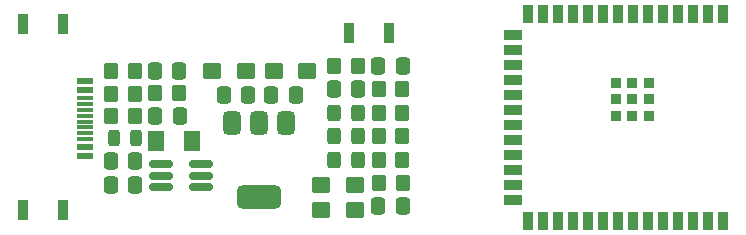
<source format=gtp>
%TF.GenerationSoftware,KiCad,Pcbnew,8.0.4*%
%TF.CreationDate,2024-11-09T01:04:21+01:00*%
%TF.ProjectId,NatSi-DevKit,4e617453-692d-4446-9576-4b69742e6b69,v1.0.0*%
%TF.SameCoordinates,Original*%
%TF.FileFunction,Paste,Top*%
%TF.FilePolarity,Positive*%
%FSLAX46Y46*%
G04 Gerber Fmt 4.6, Leading zero omitted, Abs format (unit mm)*
G04 Created by KiCad (PCBNEW 8.0.4) date 2024-11-09 01:04:21*
%MOMM*%
%LPD*%
G01*
G04 APERTURE LIST*
G04 Aperture macros list*
%AMRoundRect*
0 Rectangle with rounded corners*
0 $1 Rounding radius*
0 $2 $3 $4 $5 $6 $7 $8 $9 X,Y pos of 4 corners*
0 Add a 4 corners polygon primitive as box body*
4,1,4,$2,$3,$4,$5,$6,$7,$8,$9,$2,$3,0*
0 Add four circle primitives for the rounded corners*
1,1,$1+$1,$2,$3*
1,1,$1+$1,$4,$5*
1,1,$1+$1,$6,$7*
1,1,$1+$1,$8,$9*
0 Add four rect primitives between the rounded corners*
20,1,$1+$1,$2,$3,$4,$5,0*
20,1,$1+$1,$4,$5,$6,$7,0*
20,1,$1+$1,$6,$7,$8,$9,0*
20,1,$1+$1,$8,$9,$2,$3,0*%
G04 Aperture macros list end*
%ADD10RoundRect,0.250000X-0.350000X-0.450000X0.350000X-0.450000X0.350000X0.450000X-0.350000X0.450000X0*%
%ADD11RoundRect,0.250000X-0.325000X-0.450000X0.325000X-0.450000X0.325000X0.450000X-0.325000X0.450000X0*%
%ADD12RoundRect,0.162500X-0.837500X-0.162500X0.837500X-0.162500X0.837500X0.162500X-0.837500X0.162500X0*%
%ADD13RoundRect,0.250000X0.537500X0.425000X-0.537500X0.425000X-0.537500X-0.425000X0.537500X-0.425000X0*%
%ADD14RoundRect,0.250000X0.337500X0.475000X-0.337500X0.475000X-0.337500X-0.475000X0.337500X-0.475000X0*%
%ADD15R,0.900000X0.900000*%
%ADD16R,0.900000X1.500000*%
%ADD17R,1.500000X0.900000*%
%ADD18R,0.900000X1.700000*%
%ADD19RoundRect,0.250000X-0.337500X-0.475000X0.337500X-0.475000X0.337500X0.475000X-0.337500X0.475000X0*%
%ADD20RoundRect,0.375000X-0.375000X0.625000X-0.375000X-0.625000X0.375000X-0.625000X0.375000X0.625000X0*%
%ADD21RoundRect,0.500000X-1.400000X0.500000X-1.400000X-0.500000X1.400000X-0.500000X1.400000X0.500000X0*%
%ADD22RoundRect,0.243750X0.243750X0.456250X-0.243750X0.456250X-0.243750X-0.456250X0.243750X-0.456250X0*%
%ADD23RoundRect,0.250000X0.350000X0.450000X-0.350000X0.450000X-0.350000X-0.450000X0.350000X-0.450000X0*%
%ADD24RoundRect,0.250000X-0.537500X-0.425000X0.537500X-0.425000X0.537500X0.425000X-0.537500X0.425000X0*%
%ADD25R,1.320000X0.300000*%
%ADD26R,1.320000X0.600000*%
%ADD27RoundRect,0.250001X0.462499X0.624999X-0.462499X0.624999X-0.462499X-0.624999X0.462499X-0.624999X0*%
G04 APERTURE END LIST*
D10*
X146009600Y-105367200D03*
X144009600Y-105367200D03*
D11*
X142250000Y-99474400D03*
X140200000Y-99474400D03*
D12*
X128965000Y-103833000D03*
X128965000Y-104783000D03*
X128965000Y-105733000D03*
X125545000Y-105733000D03*
X125545000Y-104783000D03*
X125545000Y-103833000D03*
D13*
X129875000Y-95930000D03*
X132750000Y-95930000D03*
D14*
X125049100Y-99753800D03*
X127124100Y-99753800D03*
D13*
X139127100Y-105545000D03*
X142002100Y-105545000D03*
D14*
X134875000Y-97980000D03*
X136950000Y-97980000D03*
D11*
X142250000Y-103436800D03*
X140200000Y-103436800D03*
D15*
X164031000Y-99730000D03*
X165431000Y-99730000D03*
X166831000Y-99730000D03*
X164031000Y-98330000D03*
X165431000Y-98330000D03*
X166831000Y-98330000D03*
X166831000Y-98330000D03*
X164031000Y-96930000D03*
X164031000Y-96930000D03*
X165431000Y-96930000D03*
X166831000Y-96930000D03*
D16*
X173151000Y-108580000D03*
X171881000Y-108580000D03*
X170611000Y-108580000D03*
X169341000Y-108580000D03*
X168071000Y-108580000D03*
X166801000Y-108580000D03*
X165531000Y-108580000D03*
X164261000Y-108580000D03*
X162991000Y-108580000D03*
X161721000Y-108580000D03*
X160451000Y-108580000D03*
X159181000Y-108580000D03*
X157911000Y-108580000D03*
X156641000Y-108580000D03*
D17*
X155391000Y-106815000D03*
X155391000Y-105545000D03*
X155391000Y-104275000D03*
X155391000Y-103005000D03*
X155391000Y-101735000D03*
X155391000Y-100465000D03*
X155391000Y-99195000D03*
X155391000Y-97925000D03*
X155391000Y-96655000D03*
X155391000Y-95385000D03*
X155391000Y-94115000D03*
X155391000Y-92845000D03*
D16*
X156641000Y-91080000D03*
X157911000Y-91080000D03*
X159181000Y-91080000D03*
X160451000Y-91080000D03*
X161721000Y-91080000D03*
X162991000Y-91080000D03*
X164261000Y-91080000D03*
X165531000Y-91080000D03*
X166801000Y-91080000D03*
X168071000Y-91080000D03*
X169341000Y-91080000D03*
X170611000Y-91080000D03*
X171881000Y-91080000D03*
X173151000Y-91080000D03*
D18*
X141430000Y-92718000D03*
X144830000Y-92718000D03*
D14*
X121277500Y-103580000D03*
X123352500Y-103580000D03*
X143946700Y-107323000D03*
X146021700Y-107323000D03*
D13*
X139127100Y-107653200D03*
X142002100Y-107653200D03*
D19*
X132950000Y-97980000D03*
X130875000Y-97980000D03*
D18*
X117271000Y-91956000D03*
X113871000Y-91956000D03*
D19*
X127098700Y-95893000D03*
X125023700Y-95893000D03*
D20*
X131562500Y-100298400D03*
D21*
X133862500Y-106598400D03*
D20*
X133862500Y-100298400D03*
X136162500Y-100298400D03*
D22*
X121577500Y-101630000D03*
X123452500Y-101630000D03*
D23*
X143984200Y-103436800D03*
X145984200Y-103436800D03*
D19*
X123364900Y-105570400D03*
X121289900Y-105570400D03*
D10*
X145984200Y-97425600D03*
X143984200Y-97425600D03*
D18*
X117271000Y-107704000D03*
X113871000Y-107704000D03*
D11*
X142250000Y-101455600D03*
X140200000Y-101455600D03*
D10*
X123315000Y-99730000D03*
X121315000Y-99730000D03*
X123315000Y-97830000D03*
X121315000Y-97830000D03*
D19*
X142237100Y-97417000D03*
X140162100Y-97417000D03*
D10*
X142199600Y-95461200D03*
X140199600Y-95461200D03*
D23*
X143984200Y-99474400D03*
X145984200Y-99474400D03*
D14*
X143946700Y-95461200D03*
X146021700Y-95461200D03*
D24*
X137950000Y-95930000D03*
X135075000Y-95930000D03*
D23*
X143984200Y-101455600D03*
X145984200Y-101455600D03*
D10*
X127035800Y-97823400D03*
X125035800Y-97823400D03*
D25*
X119141000Y-98203000D03*
X119141000Y-99203000D03*
X119141000Y-100703000D03*
X119141000Y-101703000D03*
D26*
X119141000Y-102353000D03*
X119141000Y-103153000D03*
D25*
X119141000Y-101203000D03*
X119141000Y-100203000D03*
X119141000Y-99703000D03*
X119141000Y-98703000D03*
D26*
X119141000Y-97553000D03*
X119141000Y-96753000D03*
D10*
X123315000Y-95927800D03*
X121315000Y-95927800D03*
D27*
X125157900Y-101862000D03*
X128132900Y-101862000D03*
M02*

</source>
